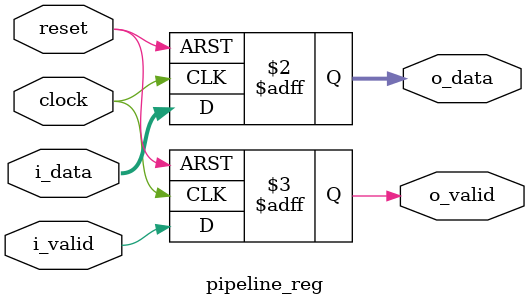
<source format=sv>
module pipeline_reg #(
	/* Data Width:
	 * Data input/output bits */
	parameter DATA_WIDTH = 0

)(
	input clock,
	input reset,

	/* Sender Signals */
	input reg signed 	[DATA_WIDTH-1:0]	i_data,
	input reg i_valid,

	/* Receiver Signals */
	output reg signed 	[DATA_WIDTH-1:0]	o_data,
	output reg o_valid
);

	
	always@(posedge clock or posedge reset) begin
		if(reset) begin
			o_data <= {(DATA_WIDTH){1'b0}};
			o_valid <= 1'b0;
		end else begin
			o_data <= i_data;
			o_valid <= i_valid;
		end
	end

endmodule

</source>
